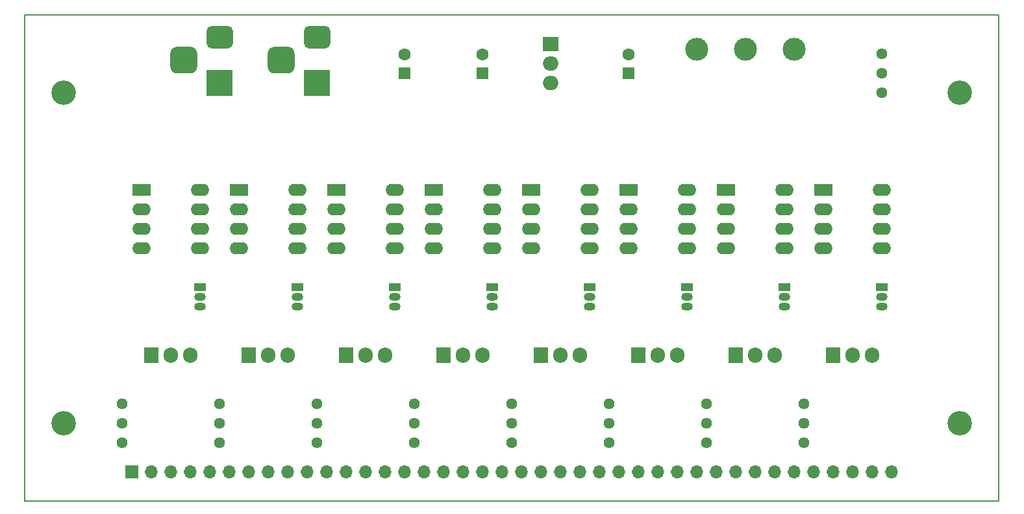
<source format=gbr>
G04 #@! TF.GenerationSoftware,KiCad,Pcbnew,5.1.8+dfsg1-1+b1*
G04 #@! TF.CreationDate,2021-05-07T12:02:56-05:00*
G04 #@! TF.ProjectId,potentiosynth,706f7465-6e74-4696-9f73-796e74682e6b,A*
G04 #@! TF.SameCoordinates,Original*
G04 #@! TF.FileFunction,Soldermask,Bot*
G04 #@! TF.FilePolarity,Negative*
%FSLAX46Y46*%
G04 Gerber Fmt 4.6, Leading zero omitted, Abs format (unit mm)*
G04 Created by KiCad (PCBNEW 5.1.8+dfsg1-1+b1) date 2021-05-07 12:02:56*
%MOMM*%
%LPD*%
G01*
G04 APERTURE LIST*
G04 #@! TA.AperFunction,Profile*
%ADD10C,0.150000*%
G04 #@! TD*
%ADD11C,1.440000*%
%ADD12C,3.000000*%
%ADD13R,3.500000X3.500000*%
%ADD14O,2.400000X1.600000*%
%ADD15R,2.400000X1.600000*%
%ADD16R,1.500000X1.050000*%
%ADD17O,1.500000X1.050000*%
%ADD18O,1.905000X2.000000*%
%ADD19R,1.905000X2.000000*%
%ADD20O,2.000000X1.905000*%
%ADD21R,2.000000X1.905000*%
%ADD22C,3.200000*%
%ADD23O,1.700000X1.700000*%
%ADD24R,1.700000X1.700000*%
%ADD25C,1.600000*%
%ADD26R,1.600000X1.600000*%
G04 APERTURE END LIST*
D10*
X50800000Y-127000000D02*
X177800000Y-127000000D01*
X50800000Y-63500000D02*
X177800000Y-63500000D01*
X50800000Y-127000000D02*
X50800000Y-63500000D01*
X177800000Y-127000000D02*
X177800000Y-63500000D01*
D11*
X139700000Y-119380000D03*
X139700000Y-116840000D03*
X139700000Y-114300000D03*
D12*
X151130000Y-67945000D03*
G36*
G01*
X83325000Y-67640000D02*
X85075000Y-67640000D01*
G75*
G02*
X85950000Y-68515000I0J-875000D01*
G01*
X85950000Y-70265000D01*
G75*
G02*
X85075000Y-71140000I-875000J0D01*
G01*
X83325000Y-71140000D01*
G75*
G02*
X82450000Y-70265000I0J875000D01*
G01*
X82450000Y-68515000D01*
G75*
G02*
X83325000Y-67640000I875000J0D01*
G01*
G37*
G36*
G01*
X87900000Y-64890000D02*
X89900000Y-64890000D01*
G75*
G02*
X90650000Y-65640000I0J-750000D01*
G01*
X90650000Y-67140000D01*
G75*
G02*
X89900000Y-67890000I-750000J0D01*
G01*
X87900000Y-67890000D01*
G75*
G02*
X87150000Y-67140000I0J750000D01*
G01*
X87150000Y-65640000D01*
G75*
G02*
X87900000Y-64890000I750000J0D01*
G01*
G37*
D13*
X88900000Y-72390000D03*
G36*
G01*
X70625000Y-67640000D02*
X72375000Y-67640000D01*
G75*
G02*
X73250000Y-68515000I0J-875000D01*
G01*
X73250000Y-70265000D01*
G75*
G02*
X72375000Y-71140000I-875000J0D01*
G01*
X70625000Y-71140000D01*
G75*
G02*
X69750000Y-70265000I0J875000D01*
G01*
X69750000Y-68515000D01*
G75*
G02*
X70625000Y-67640000I875000J0D01*
G01*
G37*
G36*
G01*
X75200000Y-64890000D02*
X77200000Y-64890000D01*
G75*
G02*
X77950000Y-65640000I0J-750000D01*
G01*
X77950000Y-67140000D01*
G75*
G02*
X77200000Y-67890000I-750000J0D01*
G01*
X75200000Y-67890000D01*
G75*
G02*
X74450000Y-67140000I0J750000D01*
G01*
X74450000Y-65640000D01*
G75*
G02*
X75200000Y-64890000I750000J0D01*
G01*
G37*
X76200000Y-72390000D03*
D11*
X76200000Y-119380000D03*
X76200000Y-116840000D03*
X76200000Y-114300000D03*
D14*
X111760000Y-86360000D03*
X104140000Y-93980000D03*
X111760000Y-88900000D03*
X104140000Y-91440000D03*
X111760000Y-91440000D03*
X104140000Y-88900000D03*
X111760000Y-93980000D03*
D15*
X104140000Y-86360000D03*
D14*
X99060000Y-86360000D03*
X91440000Y-93980000D03*
X99060000Y-88900000D03*
X91440000Y-91440000D03*
X99060000Y-91440000D03*
X91440000Y-88900000D03*
X99060000Y-93980000D03*
D15*
X91440000Y-86360000D03*
D14*
X124460000Y-86360000D03*
X116840000Y-93980000D03*
X124460000Y-88900000D03*
X116840000Y-91440000D03*
X124460000Y-91440000D03*
X116840000Y-88900000D03*
X124460000Y-93980000D03*
D15*
X116840000Y-86360000D03*
D14*
X162560000Y-86360000D03*
X154940000Y-93980000D03*
X162560000Y-88900000D03*
X154940000Y-91440000D03*
X162560000Y-91440000D03*
X154940000Y-88900000D03*
X162560000Y-93980000D03*
D15*
X154940000Y-86360000D03*
D14*
X149860000Y-86360000D03*
X142240000Y-93980000D03*
X149860000Y-88900000D03*
X142240000Y-91440000D03*
X149860000Y-91440000D03*
X142240000Y-88900000D03*
X149860000Y-93980000D03*
D15*
X142240000Y-86360000D03*
D14*
X137160000Y-86360000D03*
X129540000Y-93980000D03*
X137160000Y-88900000D03*
X129540000Y-91440000D03*
X137160000Y-91440000D03*
X129540000Y-88900000D03*
X137160000Y-93980000D03*
D15*
X129540000Y-86360000D03*
D14*
X86360000Y-86360000D03*
X78740000Y-93980000D03*
X86360000Y-88900000D03*
X78740000Y-91440000D03*
X86360000Y-91440000D03*
X78740000Y-88900000D03*
X86360000Y-93980000D03*
D15*
X78740000Y-86360000D03*
D14*
X73660000Y-86360000D03*
X66040000Y-93980000D03*
X73660000Y-88900000D03*
X66040000Y-91440000D03*
X73660000Y-91440000D03*
X66040000Y-88900000D03*
X73660000Y-93980000D03*
D15*
X66040000Y-86360000D03*
D11*
X101600000Y-119380000D03*
X101600000Y-116840000D03*
X101600000Y-114300000D03*
X88900000Y-119380000D03*
X88900000Y-116840000D03*
X88900000Y-114300000D03*
X114300000Y-119380000D03*
X114300000Y-116840000D03*
X114300000Y-114300000D03*
X152400000Y-119380000D03*
X152400000Y-116840000D03*
X152400000Y-114300000D03*
X127000000Y-119380000D03*
X127000000Y-116840000D03*
X127000000Y-114300000D03*
X63500000Y-119380000D03*
X63500000Y-116840000D03*
X63500000Y-114300000D03*
D16*
X111760000Y-99060000D03*
D17*
X111760000Y-101600000D03*
X111760000Y-100330000D03*
D16*
X99060000Y-99060000D03*
D17*
X99060000Y-101600000D03*
X99060000Y-100330000D03*
D16*
X124460000Y-99060000D03*
D17*
X124460000Y-101600000D03*
X124460000Y-100330000D03*
D16*
X162560000Y-99060000D03*
D17*
X162560000Y-101600000D03*
X162560000Y-100330000D03*
D16*
X149860000Y-99060000D03*
D17*
X149860000Y-101600000D03*
X149860000Y-100330000D03*
D16*
X137160000Y-99060000D03*
D17*
X137160000Y-101600000D03*
X137160000Y-100330000D03*
D16*
X86360000Y-99060000D03*
D17*
X86360000Y-101600000D03*
X86360000Y-100330000D03*
D16*
X73660000Y-99060000D03*
D17*
X73660000Y-101600000D03*
X73660000Y-100330000D03*
D18*
X110490000Y-107950000D03*
X107950000Y-107950000D03*
D19*
X105410000Y-107950000D03*
D18*
X97790000Y-107950000D03*
X95250000Y-107950000D03*
D19*
X92710000Y-107950000D03*
D18*
X123190000Y-107950000D03*
X120650000Y-107950000D03*
D19*
X118110000Y-107950000D03*
D18*
X161290000Y-107950000D03*
X158750000Y-107950000D03*
D19*
X156210000Y-107950000D03*
D18*
X148590000Y-107950000D03*
X146050000Y-107950000D03*
D19*
X143510000Y-107950000D03*
D18*
X135890000Y-107950000D03*
X133350000Y-107950000D03*
D19*
X130810000Y-107950000D03*
D18*
X85090000Y-107950000D03*
X82550000Y-107950000D03*
D19*
X80010000Y-107950000D03*
D18*
X72390000Y-107950000D03*
X69850000Y-107950000D03*
D19*
X67310000Y-107950000D03*
D20*
X119380000Y-72390000D03*
X119380000Y-69850000D03*
D21*
X119380000Y-67310000D03*
D11*
X162560000Y-68580000D03*
X162560000Y-71120000D03*
X162560000Y-73660000D03*
D22*
X55880000Y-116840000D03*
X55880000Y-73660000D03*
X172720000Y-73660000D03*
X172720000Y-116840000D03*
D23*
X163830000Y-123190000D03*
X161290000Y-123190000D03*
X158750000Y-123190000D03*
X156210000Y-123190000D03*
X153670000Y-123190000D03*
X151130000Y-123190000D03*
X148590000Y-123190000D03*
X146050000Y-123190000D03*
X143510000Y-123190000D03*
X140970000Y-123190000D03*
X138430000Y-123190000D03*
X135890000Y-123190000D03*
X133350000Y-123190000D03*
X130810000Y-123190000D03*
X128270000Y-123190000D03*
X125730000Y-123190000D03*
X123190000Y-123190000D03*
X120650000Y-123190000D03*
X118110000Y-123190000D03*
X115570000Y-123190000D03*
X113030000Y-123190000D03*
X110490000Y-123190000D03*
X107950000Y-123190000D03*
X105410000Y-123190000D03*
X102870000Y-123190000D03*
X100330000Y-123190000D03*
X97790000Y-123190000D03*
X95250000Y-123190000D03*
X92710000Y-123190000D03*
X90170000Y-123190000D03*
X87630000Y-123190000D03*
X85090000Y-123190000D03*
X82550000Y-123190000D03*
X80010000Y-123190000D03*
X77470000Y-123190000D03*
X74930000Y-123190000D03*
X72390000Y-123190000D03*
X69850000Y-123190000D03*
X67310000Y-123190000D03*
D24*
X64770000Y-123190000D03*
D12*
X144780000Y-67945000D03*
X138430000Y-67945000D03*
D25*
X129540000Y-68620000D03*
D26*
X129540000Y-71120000D03*
D25*
X110490000Y-68620000D03*
D26*
X110490000Y-71120000D03*
D25*
X100330000Y-68620000D03*
D26*
X100330000Y-71120000D03*
M02*

</source>
